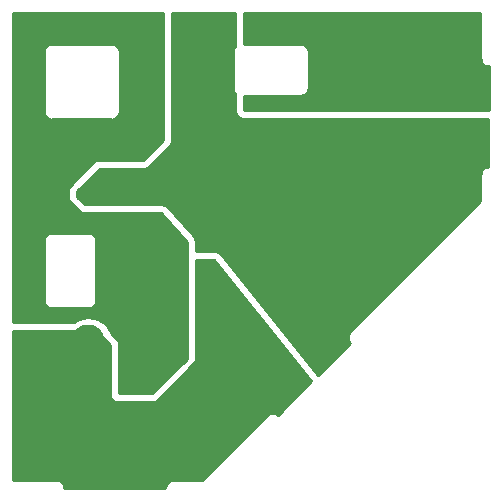
<source format=gbr>
From 6af42b0c5a60b139d8f28cfd25ce0983949c71a2 Mon Sep 17 00:00:00 2001
From: jaseg <git@jaseg.net>
Date: Tue, 27 Nov 2018 11:01:29 +0900
Subject: Add corner gerber exports

---
 corner/gerber/corner-B.Cu.gbr | 627 ++++++++++++++++++++++++++++++++++++++++++
 1 file changed, 627 insertions(+)
 create mode 100644 corner/gerber/corner-B.Cu.gbr

(limited to 'corner/gerber/corner-B.Cu.gbr')

diff --git a/corner/gerber/corner-B.Cu.gbr b/corner/gerber/corner-B.Cu.gbr
new file mode 100644
index 0000000..0ebb4b2
--- /dev/null
+++ b/corner/gerber/corner-B.Cu.gbr
@@ -0,0 +1,627 @@
+G04 #@! TF.GenerationSoftware,KiCad,Pcbnew,(5.0.1)*
+G04 #@! TF.CreationDate,2018-11-27T11:01:09+09:00*
+G04 #@! TF.ProjectId,corner,636F726E65722E6B696361645F706362,rev?*
+G04 #@! TF.SameCoordinates,Original*
+G04 #@! TF.FileFunction,Copper,L2,Bot,Signal*
+G04 #@! TF.FilePolarity,Positive*
+%FSLAX46Y46*%
+G04 Gerber Fmt 4.6, Leading zero omitted, Abs format (unit mm)*
+G04 Created by KiCad (PCBNEW (5.0.1)) date Tue Nov 27 11:01:09 2018*
+%MOMM*%
+%LPD*%
+G01*
+G04 APERTURE LIST*
+G04 #@! TA.AperFunction,SMDPad,CuDef*
+%ADD10C,2.800000*%
+G04 #@! TD*
+G04 #@! TA.AperFunction,Conductor*
+%ADD11C,2.800000*%
+G04 #@! TD*
+G04 #@! TA.AperFunction,SMDPad,CuDef*
+%ADD12O,5.000000X2.800000*%
+G04 #@! TD*
+G04 #@! TA.AperFunction,SMDPad,CuDef*
+%ADD13O,2.800000X5.000000*%
+G04 #@! TD*
+G04 #@! TA.AperFunction,ComponentPad*
+%ADD14R,3.600000X1.800000*%
+G04 #@! TD*
+G04 #@! TA.AperFunction,ComponentPad*
+%ADD15O,3.600000X1.800000*%
+G04 #@! TD*
+G04 #@! TA.AperFunction,Conductor*
+%ADD16C,0.254000*%
+G04 #@! TD*
+G04 APERTURE END LIST*
+D10*
+G04 #@! TO.P,J2,2*
+G04 #@! TO.N,/B*
+X163253070Y-59829084D03*
+D11*
+G04 #@! TD*
+G04 #@! TO.N,/B*
+G04 #@! TO.C,J2*
+X163915067Y-60707583D02*
+X162591073Y-58950585D01*
+D10*
+G04 #@! TO.P,J2,1*
+G04 #@! TO.N,/A*
+X166846930Y-57120916D03*
+D11*
+G04 #@! TD*
+G04 #@! TO.N,/A*
+G04 #@! TO.C,J2*
+X167508927Y-57999415D02*
+X166184933Y-56242417D01*
+D12*
+G04 #@! TO.P,J1,1*
+G04 #@! TO.N,/D*
+X174700000Y-42150000D03*
+G04 #@! TO.P,J1,2*
+G04 #@! TO.N,/A*
+X174700000Y-46650000D03*
+G04 #@! TD*
+D13*
+G04 #@! TO.P,J3,1*
+G04 #@! TO.N,/C*
+X156550000Y-64600000D03*
+G04 #@! TO.P,J3,2*
+G04 #@! TO.N,/B*
+X152050000Y-64600000D03*
+G04 #@! TD*
+D14*
+G04 #@! TO.P,J4,1*
+G04 #@! TO.N,/C*
+X153000000Y-46000000D03*
+D15*
+G04 #@! TO.P,J4,2*
+G04 #@! TO.N,/A*
+X153000000Y-51080000D03*
+G04 #@! TD*
+D16*
+G04 #@! TO.N,/D*
+G36*
+X185224413Y-35721984D02*
+X185224412Y-39383066D01*
+X185210013Y-39455454D01*
+X185267058Y-39742237D01*
+X185429500Y-39985349D01*
+X185429507Y-39985359D01*
+X185672629Y-40147808D01*
+X185959412Y-40204853D01*
+X186002934Y-40196196D01*
+X186002934Y-43873000D01*
+X165256934Y-43873000D01*
+X165256934Y-42710000D01*
+X169930074Y-42710000D01*
+X170000000Y-42723909D01*
+X170069925Y-42710000D01*
+X170069926Y-42710000D01*
+X170277028Y-42668805D01*
+X170511881Y-42511881D01*
+X170668805Y-42277028D01*
+X170723909Y-42000000D01*
+X170710000Y-41930074D01*
+X170710000Y-39069926D01*
+X170723909Y-39000000D01*
+X170668805Y-38722972D01*
+X170511881Y-38488119D01*
+X170277028Y-38331195D01*
+X170069926Y-38290000D01*
+X170000000Y-38276091D01*
+X169930075Y-38290000D01*
+X165256934Y-38290000D01*
+X165256934Y-35721978D01*
+X185224413Y-35721984D01*
+X185224413Y-35721984D01*
+G37*
+X185224413Y-35721984D02*
+X185224412Y-39383066D01*
+X185210013Y-39455454D01*
+X185267058Y-39742237D01*
+X185429500Y-39985349D01*
+X185429507Y-39985359D01*
+X185672629Y-40147808D01*
+X185959412Y-40204853D01*
+X186002934Y-40196196D01*
+X186002934Y-43873000D01*
+X165256934Y-43873000D01*
+X165256934Y-42710000D01*
+X169930074Y-42710000D01*
+X170000000Y-42723909D01*
+X170069925Y-42710000D01*
+X170069926Y-42710000D01*
+X170277028Y-42668805D01*
+X170511881Y-42511881D01*
+X170668805Y-42277028D01*
+X170723909Y-42000000D01*
+X170710000Y-41930074D01*
+X170710000Y-39069926D01*
+X170723909Y-39000000D01*
+X170668805Y-38722972D01*
+X170511881Y-38488119D01*
+X170277028Y-38331195D01*
+X170069926Y-38290000D01*
+X170000000Y-38276091D01*
+X169930075Y-38290000D01*
+X165256934Y-38290000D01*
+X165256934Y-35721978D01*
+X185224413Y-35721984D01*
+G04 #@! TO.N,/A*
+G36*
+X164494934Y-35721978D02*
+X164494934Y-38483565D01*
+X164488119Y-38488119D01*
+X164331195Y-38722972D01*
+X164276091Y-39000000D01*
+X164290000Y-39069926D01*
+X164290001Y-41930070D01*
+X164276091Y-42000000D01*
+X164331195Y-42277028D01*
+X164488119Y-42511881D01*
+X164494934Y-42516435D01*
+X164494934Y-44000000D01*
+X164543270Y-44243004D01*
+X164680921Y-44449013D01*
+X164886930Y-44586664D01*
+X165129934Y-44635000D01*
+X185873000Y-44635000D01*
+X185873000Y-48723145D01*
+X185672629Y-48763001D01*
+X185429507Y-48925450D01*
+X185267058Y-49168572D01*
+X185210013Y-49455355D01*
+X185224413Y-49527748D01*
+X185224412Y-51653088D01*
+X174335731Y-62541759D01*
+X174316312Y-62551126D01*
+X174232855Y-62644635D01*
+X174196412Y-62681078D01*
+X174184743Y-62698542D01*
+X174121611Y-62769278D01*
+X174104240Y-62819022D01*
+X174074967Y-62862833D01*
+X174056471Y-62955821D01*
+X174025214Y-63045331D01*
+X174028202Y-63097938D01*
+X174017923Y-63149615D01*
+X174036419Y-63242603D01*
+X174041796Y-63337260D01*
+X174064688Y-63384718D01*
+X174074967Y-63436396D01*
+X174127639Y-63515226D01*
+X174136766Y-63534147D01*
+X174167790Y-63575315D01*
+X174195613Y-63616956D01*
+X171489588Y-66330583D01*
+X171405436Y-66264725D01*
+X163296317Y-56103901D01*
+X163043004Y-55913336D01*
+X162800000Y-55865000D01*
+X161135000Y-55865000D01*
+X161135000Y-55000000D01*
+X161098625Y-54788166D01*
+X160971992Y-54575207D01*
+X158721992Y-52075207D01*
+X158493004Y-51913336D01*
+X158250000Y-51865000D01*
+X151763026Y-51865000D01*
+X151135000Y-51236974D01*
+X151135000Y-50763026D01*
+X153013026Y-48885000D01*
+X156750000Y-48885000D01*
+X156993004Y-48836664D01*
+X157199013Y-48699013D01*
+X158949013Y-46949013D01*
+X159086664Y-46743004D01*
+X159135000Y-46500000D01*
+X159135000Y-35721977D01*
+X164494934Y-35721978D01*
+X164494934Y-35721978D01*
+G37*
+X164494934Y-35721978D02*
+X164494934Y-38483565D01*
+X164488119Y-38488119D01*
+X164331195Y-38722972D01*
+X164276091Y-39000000D01*
+X164290000Y-39069926D01*
+X164290001Y-41930070D01*
+X164276091Y-42000000D01*
+X164331195Y-42277028D01*
+X164488119Y-42511881D01*
+X164494934Y-42516435D01*
+X164494934Y-44000000D01*
+X164543270Y-44243004D01*
+X164680921Y-44449013D01*
+X164886930Y-44586664D01*
+X165129934Y-44635000D01*
+X185873000Y-44635000D01*
+X185873000Y-48723145D01*
+X185672629Y-48763001D01*
+X185429507Y-48925450D01*
+X185267058Y-49168572D01*
+X185210013Y-49455355D01*
+X185224413Y-49527748D01*
+X185224412Y-51653088D01*
+X174335731Y-62541759D01*
+X174316312Y-62551126D01*
+X174232855Y-62644635D01*
+X174196412Y-62681078D01*
+X174184743Y-62698542D01*
+X174121611Y-62769278D01*
+X174104240Y-62819022D01*
+X174074967Y-62862833D01*
+X174056471Y-62955821D01*
+X174025214Y-63045331D01*
+X174028202Y-63097938D01*
+X174017923Y-63149615D01*
+X174036419Y-63242603D01*
+X174041796Y-63337260D01*
+X174064688Y-63384718D01*
+X174074967Y-63436396D01*
+X174127639Y-63515226D01*
+X174136766Y-63534147D01*
+X174167790Y-63575315D01*
+X174195613Y-63616956D01*
+X171489588Y-66330583D01*
+X171405436Y-66264725D01*
+X163296317Y-56103901D01*
+X163043004Y-55913336D01*
+X162800000Y-55865000D01*
+X161135000Y-55865000D01*
+X161135000Y-55000000D01*
+X161098625Y-54788166D01*
+X160971992Y-54575207D01*
+X158721992Y-52075207D01*
+X158493004Y-51913336D01*
+X158250000Y-51865000D01*
+X151763026Y-51865000D01*
+X151135000Y-51236974D01*
+X151135000Y-50763026D01*
+X153013026Y-48885000D01*
+X156750000Y-48885000D01*
+X156993004Y-48836664D01*
+X157199013Y-48699013D01*
+X158949013Y-46949013D01*
+X159086664Y-46743004D01*
+X159135000Y-46500000D01*
+X159135000Y-35721977D01*
+X164494934Y-35721978D01*
+G04 #@! TO.N,/C*
+G36*
+X158373000Y-35721977D02*
+X158373000Y-46447394D01*
+X156697394Y-48123000D01*
+X152750000Y-48123000D01*
+X152701399Y-48132667D01*
+X152660197Y-48160197D01*
+X150410197Y-50410197D01*
+X150382667Y-50451399D01*
+X150373000Y-50500000D01*
+X150373000Y-51500000D01*
+X150382667Y-51548601D01*
+X150410197Y-51589803D01*
+X150965659Y-52145265D01*
+X150993327Y-52186673D01*
+X151034735Y-52214341D01*
+X151410197Y-52589803D01*
+X151451399Y-52617333D01*
+X151500000Y-52627000D01*
+X158193439Y-52627000D01*
+X160373000Y-55048735D01*
+X160373000Y-64947394D01*
+X157447394Y-67873000D01*
+X154627000Y-67873000D01*
+X154627000Y-63500000D01*
+X154617333Y-63451399D01*
+X154589803Y-63410197D01*
+X153987125Y-62807519D01*
+X153966928Y-62705982D01*
+X153517153Y-62032847D01*
+X152844018Y-61583072D01*
+X152050000Y-61425132D01*
+X151255983Y-61583072D01*
+X150822076Y-61873000D01*
+X145723270Y-61873000D01*
+X145723270Y-55000000D01*
+X148276091Y-55000000D01*
+X148290000Y-55069926D01*
+X148290001Y-59930069D01*
+X148276091Y-60000000D01*
+X148331195Y-60277028D01*
+X148488119Y-60511881D01*
+X148722972Y-60668805D01*
+X148930074Y-60710000D01*
+X148930075Y-60710000D01*
+X149000000Y-60723909D01*
+X149069926Y-60710000D01*
+X151930074Y-60710000D01*
+X152000000Y-60723909D01*
+X152069925Y-60710000D01*
+X152069926Y-60710000D01*
+X152277028Y-60668805D01*
+X152511881Y-60511881D01*
+X152668805Y-60277028D01*
+X152723909Y-60000000D01*
+X152710000Y-59930074D01*
+X152710000Y-55069926D01*
+X152723909Y-55000000D01*
+X152668805Y-54722972D01*
+X152511881Y-54488119D01*
+X152277028Y-54331195D01*
+X152069926Y-54290000D01*
+X152000000Y-54276091D01*
+X151930075Y-54290000D01*
+X149069925Y-54290000D01*
+X149000000Y-54276091D01*
+X148930074Y-54290000D01*
+X148722972Y-54331195D01*
+X148488119Y-54488119D01*
+X148331195Y-54722972D01*
+X148276091Y-55000000D01*
+X145723270Y-55000000D01*
+X145723270Y-39000000D01*
+X148276091Y-39000000D01*
+X148290001Y-39069931D01*
+X148290000Y-43930074D01*
+X148276091Y-44000000D01*
+X148331195Y-44277028D01*
+X148488119Y-44511881D01*
+X148722972Y-44668805D01*
+X149000000Y-44723909D01*
+X149069925Y-44710000D01*
+X153930075Y-44710000D01*
+X154000000Y-44723909D01*
+X154277028Y-44668805D01*
+X154511881Y-44511881D01*
+X154668805Y-44277028D01*
+X154710000Y-44069926D01*
+X154710000Y-44069925D01*
+X154723909Y-44000000D01*
+X154710000Y-43930074D01*
+X154710000Y-39069926D01*
+X154723909Y-39000000D01*
+X154668805Y-38722972D01*
+X154511881Y-38488119D01*
+X154277028Y-38331195D01*
+X154069926Y-38290000D01*
+X154069925Y-38290000D01*
+X154000000Y-38276091D01*
+X153930074Y-38290000D01*
+X149069926Y-38290000D01*
+X149000000Y-38276091D01*
+X148930075Y-38290000D01*
+X148930074Y-38290000D01*
+X148722972Y-38331195D01*
+X148488119Y-38488119D01*
+X148331195Y-38722972D01*
+X148276091Y-39000000D01*
+X145723270Y-39000000D01*
+X145723270Y-35721973D01*
+X158373000Y-35721977D01*
+X158373000Y-35721977D01*
+G37*
+X158373000Y-35721977D02*
+X158373000Y-46447394D01*
+X156697394Y-48123000D01*
+X152750000Y-48123000D01*
+X152701399Y-48132667D01*
+X152660197Y-48160197D01*
+X150410197Y-50410197D01*
+X150382667Y-50451399D01*
+X150373000Y-50500000D01*
+X150373000Y-51500000D01*
+X150382667Y-51548601D01*
+X150410197Y-51589803D01*
+X150965659Y-52145265D01*
+X150993327Y-52186673D01*
+X151034735Y-52214341D01*
+X151410197Y-52589803D01*
+X151451399Y-52617333D01*
+X151500000Y-52627000D01*
+X158193439Y-52627000D01*
+X160373000Y-55048735D01*
+X160373000Y-64947394D01*
+X157447394Y-67873000D01*
+X154627000Y-67873000D01*
+X154627000Y-63500000D01*
+X154617333Y-63451399D01*
+X154589803Y-63410197D01*
+X153987125Y-62807519D01*
+X153966928Y-62705982D01*
+X153517153Y-62032847D01*
+X152844018Y-61583072D01*
+X152050000Y-61425132D01*
+X151255983Y-61583072D01*
+X150822076Y-61873000D01*
+X145723270Y-61873000D01*
+X145723270Y-55000000D01*
+X148276091Y-55000000D01*
+X148290000Y-55069926D01*
+X148290001Y-59930069D01*
+X148276091Y-60000000D01*
+X148331195Y-60277028D01*
+X148488119Y-60511881D01*
+X148722972Y-60668805D01*
+X148930074Y-60710000D01*
+X148930075Y-60710000D01*
+X149000000Y-60723909D01*
+X149069926Y-60710000D01*
+X151930074Y-60710000D01*
+X152000000Y-60723909D01*
+X152069925Y-60710000D01*
+X152069926Y-60710000D01*
+X152277028Y-60668805D01*
+X152511881Y-60511881D01*
+X152668805Y-60277028D01*
+X152723909Y-60000000D01*
+X152710000Y-59930074D01*
+X152710000Y-55069926D01*
+X152723909Y-55000000D01*
+X152668805Y-54722972D01*
+X152511881Y-54488119D01*
+X152277028Y-54331195D01*
+X152069926Y-54290000D01*
+X152000000Y-54276091D01*
+X151930075Y-54290000D01*
+X149069925Y-54290000D01*
+X149000000Y-54276091D01*
+X148930074Y-54290000D01*
+X148722972Y-54331195D01*
+X148488119Y-54488119D01*
+X148331195Y-54722972D01*
+X148276091Y-55000000D01*
+X145723270Y-55000000D01*
+X145723270Y-39000000D01*
+X148276091Y-39000000D01*
+X148290001Y-39069931D01*
+X148290000Y-43930074D01*
+X148276091Y-44000000D01*
+X148331195Y-44277028D01*
+X148488119Y-44511881D01*
+X148722972Y-44668805D01*
+X149000000Y-44723909D01*
+X149069925Y-44710000D01*
+X153930075Y-44710000D01*
+X154000000Y-44723909D01*
+X154277028Y-44668805D01*
+X154511881Y-44511881D01*
+X154668805Y-44277028D01*
+X154710000Y-44069926D01*
+X154710000Y-44069925D01*
+X154723909Y-44000000D01*
+X154710000Y-43930074D01*
+X154710000Y-39069926D01*
+X154723909Y-39000000D01*
+X154668805Y-38722972D01*
+X154511881Y-38488119D01*
+X154277028Y-38331195D01*
+X154069926Y-38290000D01*
+X154069925Y-38290000D01*
+X154000000Y-38276091D01*
+X153930074Y-38290000D01*
+X149069926Y-38290000D01*
+X149000000Y-38276091D01*
+X148930075Y-38290000D01*
+X148930074Y-38290000D01*
+X148722972Y-38331195D01*
+X148488119Y-38488119D01*
+X148331195Y-38722972D01*
+X148276091Y-39000000D01*
+X145723270Y-39000000D01*
+X145723270Y-35721973D01*
+X158373000Y-35721977D01*
+G04 #@! TO.N,/B*
+G36*
+X170929991Y-66890575D02*
+X168102445Y-69724169D01*
+X168077724Y-69707653D01*
+X168006990Y-69644529D01*
+X167957245Y-69627161D01*
+X167913431Y-69597888D01*
+X167820438Y-69579395D01*
+X167730932Y-69548144D01*
+X167678329Y-69551134D01*
+X167626646Y-69540856D01*
+X167533654Y-69559358D01*
+X167439004Y-69564738D01*
+X167391548Y-69587631D01*
+X167339867Y-69597914D01*
+X167261034Y-69650593D01*
+X167175646Y-69691786D01*
+X167092208Y-69785282D01*
+X161654864Y-75223126D01*
+X159366769Y-75223126D01*
+X159294381Y-75208727D01*
+X159221993Y-75223126D01*
+X159007598Y-75265772D01*
+X158764476Y-75428221D01*
+X158602027Y-75671343D01*
+X158561915Y-75873000D01*
+X150026416Y-75873000D01*
+X149986304Y-75671343D01*
+X149823855Y-75428221D01*
+X149580733Y-75265772D01*
+X149366338Y-75223126D01*
+X149293950Y-75208727D01*
+X149221562Y-75223126D01*
+X145723270Y-75223126D01*
+X145723270Y-62635000D01*
+X152736974Y-62635000D01*
+X153865000Y-63763026D01*
+X153865000Y-68000000D01*
+X153913336Y-68243004D01*
+X154050987Y-68449013D01*
+X154256996Y-68586664D01*
+X154500000Y-68635000D01*
+X157500000Y-68635000D01*
+X157743004Y-68586664D01*
+X157949013Y-68449013D01*
+X160949013Y-65449013D01*
+X161086664Y-65243004D01*
+X161135000Y-65000000D01*
+X161135000Y-58551229D01*
+X161136756Y-58548601D01*
+X161146417Y-58498767D01*
+X161135000Y-57323172D01*
+X161135000Y-56627000D01*
+X162738869Y-56627000D01*
+X170929991Y-66890575D01*
+X170929991Y-66890575D01*
+G37*
+X170929991Y-66890575D02*
+X168102445Y-69724169D01*
+X168077724Y-69707653D01*
+X168006990Y-69644529D01*
+X167957245Y-69627161D01*
+X167913431Y-69597888D01*
+X167820438Y-69579395D01*
+X167730932Y-69548144D01*
+X167678329Y-69551134D01*
+X167626646Y-69540856D01*
+X167533654Y-69559358D01*
+X167439004Y-69564738D01*
+X167391548Y-69587631D01*
+X167339867Y-69597914D01*
+X167261034Y-69650593D01*
+X167175646Y-69691786D01*
+X167092208Y-69785282D01*
+X161654864Y-75223126D01*
+X159366769Y-75223126D01*
+X159294381Y-75208727D01*
+X159221993Y-75223126D01*
+X159007598Y-75265772D01*
+X158764476Y-75428221D01*
+X158602027Y-75671343D01*
+X158561915Y-75873000D01*
+X150026416Y-75873000D01*
+X149986304Y-75671343D01*
+X149823855Y-75428221D01*
+X149580733Y-75265772D01*
+X149366338Y-75223126D01*
+X149293950Y-75208727D01*
+X149221562Y-75223126D01*
+X145723270Y-75223126D01*
+X145723270Y-62635000D01*
+X152736974Y-62635000D01*
+X153865000Y-63763026D01*
+X153865000Y-68000000D01*
+X153913336Y-68243004D01*
+X154050987Y-68449013D01*
+X154256996Y-68586664D01*
+X154500000Y-68635000D01*
+X157500000Y-68635000D01*
+X157743004Y-68586664D01*
+X157949013Y-68449013D01*
+X160949013Y-65449013D01*
+X161086664Y-65243004D01*
+X161135000Y-65000000D01*
+X161135000Y-58551229D01*
+X161136756Y-58548601D01*
+X161146417Y-58498767D01*
+X161135000Y-57323172D01*
+X161135000Y-56627000D01*
+X162738869Y-56627000D01*
+X170929991Y-66890575D01*
+G04 #@! TD*
+M02*
-- 
cgit 


</source>
